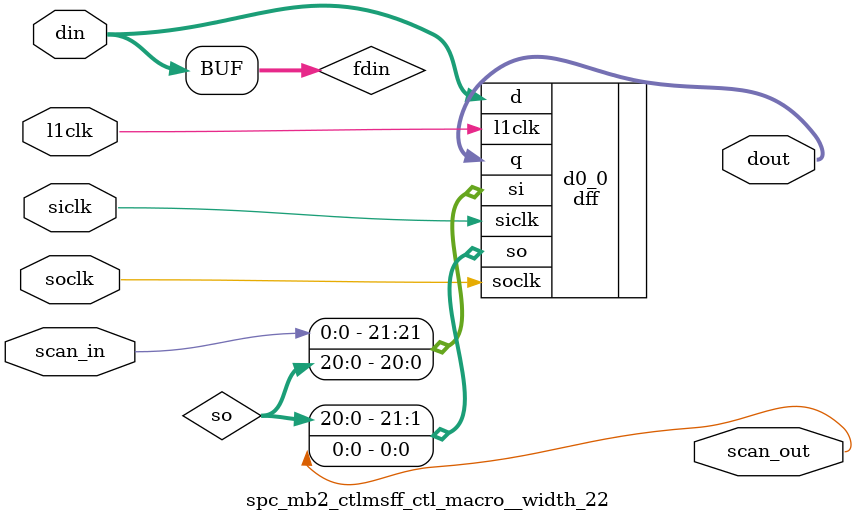
<source format=v>
module spc_mb2_ctl (
  scan_out, 
  mb2_done, 
  mb2_run, 
  mb2_addr, 
  mb2_frf_read_en, 
  mb2_frf_write_en, 
  mb2_arf_read_en, 
  mb2_arf_write_en, 
  mb2_irf_read_en, 
  mb2_irf_write_en, 
  mb2_irf_save_en, 
  mb2_irf_restore_en, 
  mb2_mam_read_en, 
  mb2_mam_write_en, 
  mb2_rrf_read_en, 
  mb2_rrf_write_en, 
  mb2_write_data, 
  mb2_write_data_p1, 
  mb2_write_data_p2, 
  mb2_misc_pmen, 
  mb2_mbist_fail, 
  l2clk, 
  scan_in, 
  tcu_pce_ov, 
  tcu_clk_stop, 
  tcu_aclk, 
  tcu_bclk, 
  tcu_scan_en, 
  lsu_misc_pmen, 
  mbist_start, 
  mbist_user_mode, 
  mbist_bisi_mode, 
  spu_mbi_mam_fail_, 
  spu_mbi_mam_fail2_, 
  spu_mbi_arf_fail_, 
  spu_mbi_rrf_fail_, 
  exu0_mbi_irf_fail_, 
  exu1_mbi_irf_fail_, 
  fgu_mbi_frf_fail);
wire pce_ov;
wire stop;
wire siclk;
wire soclk;
wire se;
wire l1clk;
wire pmen_scanin;
wire pmen_scanout;
wire start_in;
wire misc_pmen_;
wire pmem_unused;
wire clock_enable;
wire l1clk_pm1;
wire input_signals_reg_scanin;
wire input_signals_reg_scanout;
wire bisi_mode;
wire user_mode;
wire mb_enable_reg_scanin;
wire mb_enable_reg_scanout;
wire mb_enable;
wire mb_enable_out;
wire start;
wire config_reg_scanin;
wire config_reg_scanout;
wire [1:0] config_in;
wire [1:0] config_out;
wire start_transition;
wire end_transition;
wire reset_engine;
wire loop_again;
wire run;
wire loop_again_reg_scanin;
wire loop_again_reg_scanout;
wire stop_engine_l;
wire stop_engine_l_q;
wire mb_user_loop_mode;
wire array_usr_reg_scanin;
wire array_usr_reg_scanout;
wire [3:0] user_array_in;
wire [3:0] user_array;
wire user_addr_mode_reg_scanin;
wire user_addr_mode_reg_scanout;
wire user_addr_mode_in;
wire user_addr_mode;
wire user_start_addr_reg_scanin;
wire user_start_addr_reg_scanout;
wire [9:0] user_start_addr_in;
wire [9:0] user_start_addr;
wire user_stop_addr_reg_scanin;
wire user_stop_addr_reg_scanout;
wire [9:0] user_stop_addr_in;
wire [9:0] user_stop_addr;
wire user_incr_addr_reg_scanin;
wire user_incr_addr_reg_scanout;
wire [9:0] user_incr_addr_in;
wire [9:0] user_incr_addr;
wire user_data_mode_reg_scanin;
wire user_data_mode_reg_scanout;
wire user_data_mode_in;
wire user_data_mode;
wire user_data_reg_scanin;
wire user_data_reg_scanout;
wire [7:0] user_data_in;
wire [7:0] user_data;
wire user_cmpselinc_hold_reg_scanin;
wire user_cmpselinc_hold_reg_scanout;
wire user_cmpselinc_hold_in;
wire user_cmpselinc_hold;
wire user_cmpsel_reg_scanin;
wire user_cmpsel_reg_scanout;
wire [2:0] user_cmpsel_in;
wire [2:0] user_cmpsel;
wire user_loop_mode_reg_scanin;
wire user_loop_mode_reg_scanout;
wire user_loop_mode_in;
wire user_loop_mode;
wire ten_n_mode_reg_scanin;
wire ten_n_mode_reg_scanout;
wire ten_n_mode_in;
wire ten_n_mode;
wire user_bisi_wr_mode_reg_scanin;
wire user_bisi_wr_mode_reg_scanout;
wire user_bisi_wr_mode_in;
wire user_bisi_wr_mode;
wire user_bisi_rd_mode_reg_scanin;
wire user_bisi_rd_mode_reg_scanout;
wire user_bisi_rd_mode_in;
wire user_bisi_rd_mode;
wire mb_user_data_mode;
wire mb_user_addr_mode;
wire mb_ten_n_mode;
wire mb_user_cmpselinc_hold;
wire mb_user_bisi_wr_mode;
wire mb_user_bisi_rd_mode;
wire mb_user_bisi_rw_mode;
wire mb_default_bisi;
wire [9:0] stop_addr;
wire array_0;
wire array_1;
wire array_2;
wire array_3;
wire array_4;
wire array_5;
wire rw_0;
wire [2:0] rw;
wire rw_1;
wire rw_2;
wire rw_3;
wire rw_4;
wire rw_5;
wire rw_6;
wire march_0;
wire [3:0] march_element;
wire march_1;
wire march_2;
wire march_3;
wire march_4;
wire march_5;
wire march_6;
wire march_7;
wire march_8;
wire [9:0] mem_addr;
wire addr_mix;
wire [9:0] up_addr;
wire cntl_msb;
wire [34:0] cntl_out;
wire cntl_bisi;
wire [3:0] cntl_array_sel;
wire last_array;
wire [2:0] cntl_cmp_sel;
wire sel_cmp_pass;
wire cmp_0;
wire cmp_7;
wire [2:0] cmp_sel_cntl_out;
wire cmp_sel_reg_scanin;
wire cmp_sel_reg_scanout;
wire [2:0] cmp_sel;
wire [2:0] cmp_sel_out;
wire [1:0] cntl_data_sel;
wire cntl_addr_mix;
wire [3:0] cntl_march_element;
wire sel_march_1_pass;
wire [15:0] cntl_algr;
wire [15:0] next_algr;
wire cout_addr;
wire [34:0] cntl_in;
wire run3;
wire sel_nextaddr_reset;
wire sel_nextaddr_restart;
wire overflow;
wire sel_nextaddr_incred;
wire cout_rw;
wire sel_nextaddr_same;
wire [9:0] start_addr;
wire [9:0] restart_addr;
wire [9:0] incred_addr;
wire [9:0] cntl_addr;
wire [9:0] incr_addr;
wire upaddr;
wire [2:0] cntl_rw;
wire upaddr_pre;
wire [3:0] march_element_pre;
wire march_pre_0;
wire march_pre_1;
wire march_pre_2;
wire march_pre_6;
wire march_pre_7;
wire sel_rw_pass;
wire [2:0] next_rw;
wire [3:0] array_sel;
wire cntl_reg_scanin;
wire cntl_reg_scanout;
wire one_cycle_march;
wire five_cycle_march;
wire two_cycle_march;
wire bisi_wr_mode;
wire bisi_rd_mode;
wire sel_rw_1_pass;
wire sel_rw_2_pass;
wire sel_rw_5_pass;
wire true_data_l;
wire true_data;
wire [7:0] data_pat_sel;
wire [7:0] mem_data1;
wire [7:0] mem_data;
wire [9:0] adj_addr;
wire mem_wr_pbi;
wire mem_wr;
wire mem_save;
wire mem_restore;
wire mem_rd_pbi;
wire mem_rd;
wire [3:0] array_sel_cntl_out;
wire array_sel_reg_scanin;
wire array_sel_reg_scanout;
wire [3:0] array_sel_out;
wire [3:0] march_element_cntl_out;
wire marche_element_reg_scanin;
wire marche_element_reg_scanout;
wire [3:0] march_element_out;
wire mb_run;
wire [15:0] mb_addr;
wire [7:0] mb_write_data;
wire mb_array_0_rd;
wire mb_array_1_rd;
wire mb_array_2_rd;
wire mb_array_3_rd;
wire mb_array_save;
wire mb_array_5_rd;
wire mb_array_0_wr;
wire mb_array_1_wr;
wire mb_array_2_wr;
wire mb_array_3_wr;
wire mb_array_restore;
wire mb_array_5_wr;
wire spu_arf_fail;
wire mb2_arf_read_en_p2;
wire spu_rrf_fail;
wire mb2_rrf_read_en_p2;
wire spu_mam_fail;
wire mb2_mam_read_en_p2;
wire exu0_irf_fail;
wire mb2_irf_read_en_p4;
wire exu1_irf_fail;
wire arf_fail;
wire run3_transition;
wire spu_arf_fail_sticky;
wire rrf_fail;
wire spu_rrf_fail_sticky;
wire mam_fail;
wire spu_mam_fail_sticky;
wire irf0_fail;
wire exu0_irf_fail_sticky;
wire irf1_fail;
wire exu1_irf_fail_sticky;
wire frf_fail;
wire fgu_frf_fail_sticky;
wire fail_reg_scanin;
wire fail_reg_scanout;
wire mbist_fail_sticky;
wire mbist_fail_array;
wire valid_fail;
wire mb_done;
wire mb_fail;
wire msb_latch_scanin;
wire msb_latch_scanout;
wire msb_in;
wire msb_out;
wire [4:0] done_delay;
wire run3_transition_reg_scanin;
wire run3_transition_reg_scanout;
wire run3_out;
wire done_delay_reg_scanin;
wire done_delay_reg_scanout;
wire [4:0] done_delay_in;
wire out_run_mb_arrays_reg_scanin;
wire out_run_mb_arrays_reg_scanout;
wire mb_run_out;
wire out_data_mb_arrays_reg_scanin;
wire out_data_mb_arrays_reg_scanout;
wire [7:0] mb_write_data_out;
wire out_addr_mb_arrays_reg_scanin;
wire out_addr_mb_arrays_reg_scanout;
wire [15:0] mb_addr_out;
wire out_wr_mb_arrays_reg_scanin;
wire out_wr_mb_arrays_reg_scanout;
wire mb_array_0_wr_out;
wire mb_array_1_wr_out;
wire mb_array_2_wr_out;
wire mb_array_3_wr_out;
wire mb_array_5_wr_out;
wire out_rd_mb_arrays_reg_scanin;
wire out_rd_mb_arrays_reg_scanout;
wire mb_array_0_rd_out;
wire mb_array_1_rd_out;
wire mb_array_2_rd_out;
wire mb_array_3_rd_out;
wire mb_array_5_rd_out;
wire out_mb_tcu_done_reg_scanin;
wire out_mb_tcu_done_reg_scanout;
wire mb_done_out;
wire out_mb_tcu_fail_reg_scanin;
wire out_mb_tcu_fail_reg_scanout;
wire mb_fail_out;
wire spares_scanin;
wire spares_scanout;
wire i_delay_4th_scanin;
wire i_delay_4th_scanout;
wire mb2_irf_read_en_p1;
wire mb2_irf_read_en_p2;
wire mb2_irf_read_en_p3;
wire delayed_cmp_rd_data_reg_scanin;
wire delayed_cmp_rd_data_reg_scanout;
wire mb2_arf_read_en_p1;
wire mb2_mam_read_en_p1;
wire mb2_rrf_read_en_p1;
wire out_save_restore_mb_arrays_reg_scanin;
wire out_save_restore_mb_arrays_reg_scanout;




// /////////////////////////////////////////////////////////////////////////////
// Outputs
// /////////////////////////////////////////////////////////////////////////////

   output		    scan_out;

   output		    mb2_done;

   output		    mb2_run;
   output [15:0]	    mb2_addr;
   output		    mb2_frf_read_en;
   output		    mb2_frf_write_en;
   output		    mb2_arf_read_en;
   output		    mb2_arf_write_en;
   output		    mb2_irf_read_en;
   output		    mb2_irf_write_en;
   output		    mb2_irf_save_en;
   output		    mb2_irf_restore_en;
   output		    mb2_mam_read_en;
   output		    mb2_mam_write_en;
   output		    mb2_rrf_read_en;
   output		    mb2_rrf_write_en;
   output [7:0]		    mb2_write_data;
   output [7:0]		    mb2_write_data_p1;
   output [7:0]		    mb2_write_data_p2;

   output                   mb2_misc_pmen;
   output		    mb2_mbist_fail;

// /////////////////////////////////////////////////////////////////////////////
// Inputs
// /////////////////////////////////////////////////////////////////////////////

   input		    l2clk;
   input		    scan_in;
   input		    tcu_pce_ov;			// scan signals
   input		    tcu_clk_stop;
   input		    tcu_aclk;
   input		    tcu_bclk;
   input            	    tcu_scan_en;
   input                    lsu_misc_pmen;		// Power management enable

   input		    mbist_start;
   input		    mbist_user_mode;
   input		    mbist_bisi_mode;


   input		    spu_mbi_mam_fail_; 		// MBIST comparator output bits 63:0
   input		    spu_mbi_mam_fail2_; 	// MBIST comparator output bits 71:64
   input		    spu_mbi_arf_fail_;		// MBIST comparator
   input		    spu_mbi_rrf_fail_;		// MBIST comparator

   input  [1:0]		    exu0_mbi_irf_fail_;		// MBIST [0] == data[63:0]; [1] == data[71:64]
   input  [1:0]		    exu1_mbi_irf_fail_;		// MBIST [0] == data[63:0]; [1] == data[71:64]
   input     		    fgu_mbi_frf_fail;


   supply0 vss; // <- port for ground
   supply1 vdd; // <- port for power 



// /////////////////////////////////////////////////////////////////////////////
// Scan Renames
// /////////////////////////////////////////////////////////////////////////////

assign pce_ov = tcu_pce_ov;
assign stop   = tcu_clk_stop;
assign siclk  = tcu_aclk;
assign soclk  = tcu_bclk;
assign se     = tcu_scan_en;




////////////////////////////////////////////////////////////////////////////////
// Clock header
////////////////////////////////////////////////////////////////////////////////

spc_mb2_ctll1clkhdr_ctl_macro clkgen (
        .l2clk  (l2clk 		),
        .l1en   (1'b1		),
        .l1clk  (l1clk		),
  .pce_ov(pce_ov),
  .stop(stop),
  .se(se));

spc_mb2_ctlmsff_ctl_macro__width_3 pmen  (
	.scan_in(pmen_scanin),
	.scan_out(pmen_scanout),
	.l1clk    ( l1clk					),	// Must be connected to a free running clock
	.din      ({mbist_start, ~lsu_misc_pmen , 1'b0}		),
	.dout     ({start_in   ,  misc_pmen_    , pmem_unused}	),
  .siclk(siclk),
  .soclk(soclk));

assign mb2_misc_pmen	= ~misc_pmen_;					// Sent to MB1 for timing reasons

assign clock_enable	= start_in | mb2_done | mb2_run | mb2_mbist_fail | misc_pmen_;

spc_mb2_ctll1clkhdr_ctl_macro clkgen_pm1 (
        .l2clk  (l2clk 		),
        .l1en   (clock_enable	),
        .l1clk  (l1clk_pm1	),
  .pce_ov(pce_ov),
  .stop(stop),
  .se(se));


// /////////////////////////////////////////////////////////////////////////////
//
// MBIST Config Register
//
// /////////////////////////////////////////////////////////////////////////////
//
// A low to high transition on mbist_start will reset and start the engine.  
// mbist_start must remain active high for the duration of MBIST.  
// If mbist_start deasserts the engine will stop but not reset.
// Once MBIST has completed mb0_done will assert and the fail status
// signals will be valid.  
// To run MBIST again the mbist_start signal must transition low then high.
//
// Loop on Address will disable the address mix function.
//
// /////////////////////////////////////////////////////////////////////////////

  // flop incoming signals:

  spc_mb2_ctlmsff_ctl_macro__width_2 input_signals_reg  (
               .scan_in(input_signals_reg_scanin),
               .scan_out(input_signals_reg_scanout),
               .l1clk    ( l1clk	                                 ),
               .din      ( {mbist_bisi_mode,mbist_user_mode} ),
               .dout     ( {bisi_mode      ,user_mode}       ),
  .siclk(siclk),
  .soclk(soclk));
  

  // default   : mb_enable=0
  // bisi      : mb_enable=0
  // user_mode : mb_enable=depend on programmed value

  spc_mb2_ctlmsff_ctl_macro__width_1 mb_enable_reg  (
               .scan_in(mb_enable_reg_scanin),
               .scan_out(mb_enable_reg_scanout),
               .l1clk    ( l1clk_pm1           ),
               .din      ( mb_enable           ),
               .dout     ( mb_enable_out       ),
  .siclk(siclk),
  .soclk(soclk));


//assign mb_enable = user_mode ? mb_enable_out : 1'b0;
  assign mb_enable = mb_enable_out;

 
  assign start = user_mode ? (mb_enable_out & start_in) :
                              start_in;



  spc_mb2_ctlmsff_ctl_macro__width_2 config_reg  (
               .scan_in(config_reg_scanin),
               .scan_out(config_reg_scanout),
               .l1clk    ( l1clk_pm1            ),
               .din      ( config_in[1:0]       ),
               .dout     ( config_out[1:0]      ),
  .siclk(siclk),
  .soclk(soclk));

   
  assign config_in[0]        =    start;
  assign config_in[1]        =    config_out[0];
  assign start_transition    =    config_out[0] & ~config_out[1];
  assign end_transition      =   ~config_out[0] &  config_out[1];
  assign reset_engine        =    start_transition | loop_again  | end_transition;
  assign run                 =    config_out[1];


  spc_mb2_ctlmsff_ctl_macro__width_1 loop_again_reg  (
               .scan_in(loop_again_reg_scanin),
               .scan_out(loop_again_reg_scanout),
               .l1clk    ( l1clk_pm1        ),
               .din      ( stop_engine_l    ),
               .dout     ( stop_engine_l_q  ),
  .siclk(siclk),
  .soclk(soclk));

  assign loop_again=mb_user_loop_mode ? stop_engine_l & ~stop_engine_l_q:  1'b0;


   





////////////////////////////////////////////////////////////////////////////////
// user control registers
//                         size
// -  user_array           4
// -  user_addr_mode        1
// -  user_start_addr      10
// -  user_stop_addr       10
// -  user_inc_addr        10
// -  user_data_mode        1
// -  user_data             8
// -  user_cmpselinc_mode   1
// -  user_cmpselinc        3
// -  user_loop_mode        1
// -  user_cam_select       2
// -  user_cam_test_sel     4
////////////////////////////////////////////////////////////////////////////////


   spc_mb2_ctlmsff_ctl_macro__width_4 array_usr_reg  (
                  .scan_in(array_usr_reg_scanin),
                  .scan_out(array_usr_reg_scanout),
                  .l1clk    ( l1clk_pm1            ),
  	          .din      ( user_array_in[3:0]   ),
  		  .dout     ( user_array[3:0]      ),
  .siclk(siclk),
  .soclk(soclk));

   assign user_array_in[3:0]=user_array[3:0];


   // user address mode

   spc_mb2_ctlmsff_ctl_macro__width_1 user_addr_mode_reg  (
                  .scan_in(user_addr_mode_reg_scanin),
                  .scan_out(user_addr_mode_reg_scanout),
                  .l1clk    ( l1clk_pm1             ),
  	          .din      ( user_addr_mode_in     ),
  		  .dout     ( user_addr_mode        ),
  .siclk(siclk),
  .soclk(soclk));

   assign user_addr_mode_in=user_addr_mode;
   

   //  user start address
   
  spc_mb2_ctlmsff_ctl_macro__width_10 user_start_addr_reg  (
                 .scan_in(user_start_addr_reg_scanin),
                 .scan_out(user_start_addr_reg_scanout),
                 .l1clk    ( l1clk_pm1                 ),
                 .din      ( user_start_addr_in[9:0]   ),
                 .dout     ( user_start_addr[9:0]      ),
  .siclk(siclk),
  .soclk(soclk));


   assign user_start_addr_in[9:0]=user_start_addr[9:0];

   //  user stop address
   
  spc_mb2_ctlmsff_ctl_macro__width_10 user_stop_addr_reg  (
                 .scan_in(user_stop_addr_reg_scanin),
                 .scan_out(user_stop_addr_reg_scanout),
                 .l1clk    ( l1clk_pm1                ),
                 .din      ( user_stop_addr_in[9:0]   ),
                 .dout     ( user_stop_addr[9:0]      ),
  .siclk(siclk),
  .soclk(soclk));


   assign user_stop_addr_in[9:0]=user_stop_addr[9:0];
   

  //  user increment address
   
  spc_mb2_ctlmsff_ctl_macro__width_10 user_incr_addr_reg  (
                 .scan_in(user_incr_addr_reg_scanin),
                 .scan_out(user_incr_addr_reg_scanout),
                 .l1clk    ( l1clk_pm1                ),
                 .din      ( user_incr_addr_in[9:0]   ),
                 .dout     ( user_incr_addr[9:0]      ),
  .siclk(siclk),
  .soclk(soclk));


   assign user_incr_addr_in[9:0]=user_incr_addr[9:0];

   // user data mode

   spc_mb2_ctlmsff_ctl_macro__width_1 user_data_mode_reg  (
                  .scan_in(user_data_mode_reg_scanin),
                  .scan_out(user_data_mode_reg_scanout),
                  .l1clk    ( l1clk_pm1             ),
  	          .din      ( user_data_mode_in     ),
   		  .dout     ( user_data_mode        ),
  .siclk(siclk),
  .soclk(soclk));

							 
   assign user_data_mode_in=user_data_mode;

   //  user data select
   
   spc_mb2_ctlmsff_ctl_macro__width_8 user_data_reg  (
                 .scan_in(user_data_reg_scanin),
                 .scan_out(user_data_reg_scanout),
                 .l1clk    ( l1clk_pm1           ),
                 .din      ( user_data_in[7:0]   ),
                 .dout     ( user_data[7:0]      ),
  .siclk(siclk),
  .soclk(soclk));


   assign user_data_in[7:0]    =    user_data[7:0];


   // user cmp sel inc
   // if its one, user need to program the cmpselinc register
   // otherwise it will loop all cmpsel

   spc_mb2_ctlmsff_ctl_macro__width_1 user_cmpselinc_hold_reg  (
                  .scan_in(user_cmpselinc_hold_reg_scanin),
                  .scan_out(user_cmpselinc_hold_reg_scanout),
                  .l1clk    ( l1clk_pm1                  ),
  	          .din      ( user_cmpselinc_hold_in     ),
   		  .dout     ( user_cmpselinc_hold        ),
  .siclk(siclk),
  .soclk(soclk));

							 
   assign user_cmpselinc_hold_in=user_cmpselinc_hold;



   // user cmp sel reg
   
   spc_mb2_ctlmsff_ctl_macro__width_3 user_cmpsel_reg  (
                  .scan_in(user_cmpsel_reg_scanin),
                  .scan_out(user_cmpsel_reg_scanout),
                  .l1clk    ( l1clk_pm1             ),
  	          .din      ( user_cmpsel_in[2:0]   ),
  		  .dout     ( user_cmpsel[2:0]      ),
  .siclk(siclk),
  .soclk(soclk));

   assign user_cmpsel_in[2:0]=user_cmpsel[2:0];

   // user loop mode

   spc_mb2_ctlmsff_ctl_macro__width_1 user_loop_mode_reg  (
                  .scan_in(user_loop_mode_reg_scanin),
                  .scan_out(user_loop_mode_reg_scanout),
                  .l1clk    ( l1clk_pm1             ),
  	          .din      ( user_loop_mode_in     ),
  		  .dout     ( user_loop_mode        ),
  .siclk(siclk),
  .soclk(soclk));

  
   assign user_loop_mode_in=user_loop_mode;

   
   // 10N Algorithm for bit mapping

   spc_mb2_ctlmsff_ctl_macro__width_1 ten_n_mode_reg  (
                  .scan_in(ten_n_mode_reg_scanin),
                  .scan_out(ten_n_mode_reg_scanout),
                  .l1clk    ( l1clk_pm1         ),
  	          .din      ( ten_n_mode_in     ),
  		  .dout     ( ten_n_mode        ),
  .siclk(siclk),
  .soclk(soclk));

  
   assign ten_n_mode_in=ten_n_mode;



   spc_mb2_ctlmsff_ctl_macro__width_1 user_bisi_wr_mode_reg  (
                  .scan_in(user_bisi_wr_mode_reg_scanin),
                  .scan_out(user_bisi_wr_mode_reg_scanout),
                  .l1clk    ( l1clk_pm1	                  ),
  	          .din      ( user_bisi_wr_mode_in   ),
  		  .dout     ( user_bisi_wr_mode      ),
  .siclk(siclk),
  .soclk(soclk));

   assign user_bisi_wr_mode_in=user_bisi_wr_mode;

   spc_mb2_ctlmsff_ctl_macro__width_1 user_bisi_rd_mode_reg  (
                  .scan_in(user_bisi_rd_mode_reg_scanin),
                  .scan_out(user_bisi_rd_mode_reg_scanout),
                  .l1clk    ( l1clk_pm1	                  ),
  	          .din      ( user_bisi_rd_mode_in   ),
  		  .dout     ( user_bisi_rd_mode      ),
  .siclk(siclk),
  .soclk(soclk));

   assign user_bisi_rd_mode_in=user_bisi_rd_mode;


   assign mb_user_data_mode = user_mode & user_data_mode;
   assign mb_user_addr_mode = user_mode & user_addr_mode;
   assign mb_ten_n_mode     = user_mode & ten_n_mode;
   assign mb_user_loop_mode = user_mode & user_loop_mode;
   assign mb_user_cmpselinc_hold = user_mode & user_cmpselinc_hold;



   assign mb_user_bisi_wr_mode   = user_mode & user_bisi_wr_mode & bisi_mode;
   assign mb_user_bisi_rd_mode   = user_mode & user_bisi_rd_mode & bisi_mode;

   assign mb_user_bisi_rw_mode   = ((~user_bisi_wr_mode & ~user_bisi_rd_mode) | (user_bisi_wr_mode & user_bisi_rd_mode)) & bisi_mode;

   assign mb_default_bisi = bisi_mode & ~user_mode;



   assign stop_addr[9:0]  = ({10{ mb_user_addr_mode          }} & user_stop_addr[9:0]) |
                            ({10{~mb_user_addr_mode & array_0}} & 10'b00_0001_1111   ) |	// arf
                            ({10{~mb_user_addr_mode & array_1}} & 10'b00_0011_1111   ) |	// rrf
                            ({10{~mb_user_addr_mode & array_2}} & 10'b00_1001_1111   ) |	// mam
                            ({10{~mb_user_addr_mode & array_3}} & 10'b00_0111_1111   ) |	// irf active
                            ({10{~mb_user_addr_mode & array_4}} & 10'b00_0111_1111   ) |    // irf shadow
                            ({10{~mb_user_addr_mode & array_5}} & 10'b00_1111_1111   );		// frf



   assign rw_0           =  (rw[2:0]==3'b000);
   assign rw_1           =  (rw[2:0]==3'b001);
   assign rw_2           =  (rw[2:0]==3'b010);
   assign rw_3           =  (rw[2:0]==3'b011);
   assign rw_4           =  (rw[2:0]==3'b100);
   assign rw_5           =  (rw[2:0]==3'b101);
   assign rw_6           =  (rw[2:0]==3'b110);
// assign rw_7           =  (rw[2:0]==3'b111);








   assign march_0   = (march_element[3:0]==4'h0);
   assign march_1   = (march_element[3:0]==4'h1);
   assign march_2   = (march_element[3:0]==4'h2);
   assign march_3   = (march_element[3:0]==4'h3);
   assign march_4   = (march_element[3:0]==4'h4);
   assign march_5   = (march_element[3:0]==4'h5);
   assign march_6   = (march_element[3:0]==4'h6);
   assign march_7   = (march_element[3:0]==4'h7);
   assign march_8   = (march_element[3:0]==4'h8);


   ////////////////////////////////////////////////////////////////////////////////////////////////////////////
   /// address mix : fast_row and fast_column
   ////////////////////////////////////////////////////////////////////////////////////////////////////////////

   // arf: no column decorder or multiple bansk
   // maps one to one  - logical to physical

   // rrf:  no column decoder or banks addr[5:0]
   //       maps one to one



   // mam:  
   //        -  address 7:5 is for block select (0-5) blocks
   //        -  4:1  row select
   //        -  0 column select

   // irf:  
   //        -  addr[0] is for column select
   //        -  addr[6:0]
   //


   
   assign mem_addr[9:0]   =   (addr_mix & array_0) ? { up_addr[9:5],up_addr[3:0],up_addr[4] } : // arf fixed w/circuit
                              (addr_mix & array_1) ? { up_addr[9:6],up_addr[2:0],up_addr[5:3] } : // rrf fixed w/circuit
                              (addr_mix & array_2) ? { up_addr[9:5],up_addr[3:0],up_addr[4] } : // mam fixed w/circuit
                              (addr_mix & array_3) ? { up_addr[9:7],up_addr[5:0],up_addr[6] } : // irf active w/circuit
                              (addr_mix & array_4) ? { up_addr[9:0] } : // no addr mix for irf shadow
                              (addr_mix & array_5) ? { up_addr[9:8],up_addr[6:0],up_addr[7]} :  // frf w/circuit
                                             up_addr[9:0];






   assign cntl_msb                    =       start_in & cntl_out[34];    // done selection


   assign cntl_bisi                    =       mb_default_bisi | mb_user_bisi_rw_mode ? cntl_out[33] :
                                                                                        1'b1;


   assign cntl_array_sel[3:0]        =       (last_array | user_mode) ? 4'b1111:
                                                        cntl_out[32:29];    // array selection 

   assign cntl_cmp_sel[2:0]  = sel_cmp_pass ? {3'b111} :
                                              cntl_out[28:26];
   
   // cmp

   assign sel_cmp_pass= mb_user_cmpselinc_hold |
                             (array_0 & cmp_0) |  // arf
                             (array_1 & cmp_0) |  // rrf
  	                         (array_2 & cmp_0) |  // mam
                             (array_3 & cmp_0) |  // irf active
                             (array_4 & cmp_7) |  // irf shadow
                             (array_5 & cmp_0) ;  // frf


  // cmp logic

   assign cmp_sel_cntl_out[2:0] = cntl_out[28:26];

   spc_mb2_ctlmsff_ctl_macro__width_3 cmp_sel_reg  (
               .scan_in(cmp_sel_reg_scanin),
               .scan_out(cmp_sel_reg_scanout),
               .l1clk    ( l1clk_pm1        ),
               .din      ( cmp_sel[2:0]     ),
               .dout     ( cmp_sel_out[2:0] ),
  .siclk(siclk),
  .soclk(soclk));

   assign cmp_sel[2:0]=(&cmp_sel_cntl_out[2:0] & ~array_4) ? cmp_sel_out[2:0] :
                        mb_user_cmpselinc_hold         ? user_cmpsel[2:0] :
                                                  cmp_sel_cntl_out[2:0];
   

   assign cmp_0      = cmp_sel[2:0]==3'b000;
   assign cmp_7      = cmp_sel[2:0]==3'b111;


   assign cntl_data_sel[1:0]          =   bisi_mode |
                                          mb_user_data_mode  ? 2'b11 :    cntl_out[25:24];    // data selection

   assign cntl_addr_mix               =   (bisi_mode | mb_user_addr_mode) ? 1'b1  :    cntl_out[23];    // address mix
   assign addr_mix                    =   (bisi_mode | mb_user_addr_mode) ? 1'b0  :    cntl_out[23];


   assign cntl_march_element[3:0]     =   sel_march_1_pass  ? 4'b1111:
                                                              cntl_out[22:19];    // march element


   assign cntl_algr[15:0] =       {cntl_msb,
                                   cntl_bisi,
                                   cntl_array_sel[3:0],
			                       cntl_cmp_sel[2:0],
			                       cntl_data_sel[1:0],
			                       cntl_addr_mix,
			                       cntl_march_element[3:0]};


   assign next_algr[15:0] = cout_addr ? cntl_algr[15:0] + 16'h1 : cntl_algr[15:0];         // mbist control

   // next algr
   assign cntl_in[34:19]   = reset_engine              ? {16'b000000_0000000000}:
     	                     ~run3                     ? cntl_algr[15:0]:	  
	                                                    next_algr[15:0];



   // reset_engine   run3    overflow   cout_rw    output
   // ---------------------------------------------------------
   //    1             x        x          x       start_addr
   //    0             0        x          x       cntl_addr
   //    0             1        1          x       restart_addr
   //    0             1        0          1       incred_addr
   //    0             1        0          0       cntl_addr                                     


   assign sel_nextaddr_reset    = reset_engine;
   assign sel_nextaddr_restart  = ~reset_engine & run3 & overflow;
   assign sel_nextaddr_incred   = ~reset_engine & run3 & ~overflow & cout_rw;
   assign sel_nextaddr_same     = ~(sel_nextaddr_reset | sel_nextaddr_restart | sel_nextaddr_incred);

   assign cntl_in[12:3] = ({10{sel_nextaddr_reset}} & start_addr[9:0]) |
                          ({10{sel_nextaddr_restart}} & restart_addr[9:0]) |
                          ({10{sel_nextaddr_incred}} & incred_addr[9:0]) |
                          ({10{sel_nextaddr_same}} & cntl_addr[9:0]);  
   




   assign incr_addr[9:0]  = mb_user_addr_mode ? user_incr_addr[9:0] : 10'b00_00000001;


   assign start_addr[9:0] = mb_user_addr_mode ? user_start_addr[9:0] : 10'b00_00000000;
   
   
   // assign next_addr_out[9:0] = cout_rw ? cntl_addr[9:0] + incr_addr[9:0] : cntl_addr[9:0];    // next address

   assign incred_addr[9:0] = cntl_addr[9:0] + incr_addr[9:0];


   assign overflow   = upaddr   ? ( cntl_addr[9:0] == stop_addr[9:0]) &  (cntl_rw[2:0]==3'b111):
                                  (~cntl_addr[9:0] == start_addr[9:0]) & (cntl_rw[2:0]==3'b111);


   // assign next_addr[9:0]= overflow ? restart_addr[9:0] : next_addr_out[9:0];
  
   assign restart_addr[9:0] = upaddr_pre ? start_addr[9:0] : ~stop_addr[9:0];
      
   assign cout_addr =  overflow;


   assign march_element_pre[3:0]=next_algr[3:0];

   assign march_pre_0   = ~(march_element_pre[3] | march_element_pre[2] |  march_element_pre[1] |  march_element_pre[0]);
   assign march_pre_1   = ~(march_element_pre[3] | march_element_pre[2] |  march_element_pre[1] | ~march_element_pre[0]);
   assign march_pre_2   = ~(march_element_pre[3] | march_element_pre[2] | ~march_element_pre[1] |  march_element_pre[0]);
   assign march_pre_6   = ~(march_element_pre[3] |~march_element_pre[2] | ~march_element_pre[1] |  march_element_pre[0]);
   assign march_pre_7   = ~(march_element_pre[3] | march_element_pre[3] | ~march_element_pre[2] | ~march_element_pre[1] | ~march_element_pre[0]); 
   

   assign upaddr_pre =     march_pre_0 | march_pre_1 | march_pre_2 | march_pre_6 | march_pre_7;



   /////////////////////////
   // rw engine
   /////////////////////////

   assign cntl_rw[2:0]                =   sel_rw_pass      ? 3'b111: 
                                                               cntl_out[ 2: 0];    // read write control

   assign next_rw[2:0] = cntl_rw[2:0]+3'b001 ;              

   
   assign cout_rw = &cntl_rw[2:0];     // carry over for rw 


   // next rw
   assign cntl_in[2:0]     = reset_engine  ? 3'b000 : 
	                         ~run3            ? cntl_rw[2:0]:
	                                                    next_rw[2:0];
   


    ////////////////////////////////////////////////////////////////////////////////
    // array selection
    ////////////////////////////////////////////////////////////////////////////////



   
    assign array_0     = array_sel[3:0]==4'h0;
    assign array_1     = array_sel[3:0]==4'h1;
    assign array_2     = array_sel[3:0]==4'h2;
    assign array_3     = array_sel[3:0]==4'h3;
    assign array_4     = array_sel[3:0]==4'h4;
    assign array_5     = array_sel[3:0]==4'h5;
//    assign array_end   = array_sel[3:0]==4'h5;


   assign last_array = array_5;




// /////////////////////////////////////////////////////////////////////////////
//
// MBIST Control Register
//
// /////////////////////////////////////////////////////////////////////////////
// standard membist
// /////////////////////////////////////////////////////////////////////////////
//   0       1       2       3      4      5          6         7        8
// ^(W0);^(R0W1);^(R1W0);v(R0W1);v(R1W0);v(R0);^(W1W0*R1R0W0);v(W1);^(W0W1*R0R1W1);
//   
// - there are 9 march elements in the engine
//   march_0 - march_8 indicate which march element it's in
//
// - for each march element, there are write and read sequences and for some
//   just write or just read
// 
// - for each march element, it can move upaddr (0-max) or downaddr (max-0)
//
//       march      rw       upaddr                    truedata
// --------------------------------------------------------------------------------
//    -  march_0    w          1    one_cycle_march       rw_0        ^(W0)
//    -  march_1    rw         1    two_cycle_march       rw_0        ^(R0W1)
//    -  march_2    rw         1    two_cycle_march       rw_1        ^(R1W0)
//    -  march_3    rw         0    two_cycle_march       rw_0        v(R0W1)
//    -  march_4    rw         0    two_cycle_march       rw_1        v(R1W0)
//    -  march_5    r          0    one_cycle_march       rw_0        v(R0)
//    -  march_6    wwrrw      1    five_cycle_march      rw_1,3,4    ^(W1W0*R1R0W0)
//    -  march_7    w          0    one_cycle_march       --          v(W1)
//    -  march_8    wwrrw      1    five_cycle_march      rw_0,2      ^(W0W1*R0R1W1)
// mbist address:
//    one_cycle_march  : march_0 | march_5 | march_7
//    five_cycle_march : march_6 | march_8
//    two_cycle_march  : ~(one_cycle_march | five_cycle_march)

   ////////////////////////////////////////////////////////////////////////////////
   //////  user mode signals

// the different between cntl_march and march is that march is before mux and
// and cntl_march is after mux

// IRF-shadow
// write: W1,S1,X,W0,restore
// rw   : R1,W1,S1,X,W0,restore

   spc_mb2_ctlmsff_ctl_macro__width_29 cntl_reg  (
                 .scan_in(cntl_reg_scanin),
                 .scan_out(cntl_reg_scanout),
                 .l1clk    ( l1clk_pm1                            ),
                 .din      ({cntl_in[34:19] ,cntl_in[12:0]}       ),
                 .dout     ({cntl_out[34:19],cntl_out[12:0]}      ),
  .siclk(siclk),
  .soclk(soclk));


   assign one_cycle_march  =  march_0 | march_5 | march_7;
   assign five_cycle_march =  march_6 | march_8;
   assign two_cycle_march  = ~(one_cycle_march | five_cycle_march);


   // this will indicate last march turn
   assign sel_march_1_pass = bisi_mode | ((mb_ten_n_mode | array_4) & march_5) | march_8;


   assign bisi_wr_mode = mb_default_bisi | mb_user_bisi_rw_mode ?  ~cntl_bisi & run3 :
                                                                   mb_user_bisi_wr_mode & run3;
                         
   assign bisi_rd_mode  =mb_default_bisi | mb_user_bisi_rw_mode ?  cntl_bisi & run3 :
                                                                   mb_user_bisi_rd_mode & run3;


   //  control for rw
   assign sel_rw_1_pass = bisi_mode | one_cycle_march ;

   assign sel_rw_2_pass = two_cycle_march;
   assign sel_rw_5_pass = five_cycle_march;

   assign sel_rw_pass = (run3 & sel_rw_1_pass & rw_0 & ~array_4) |
                        (run3 & sel_rw_2_pass & rw_1 & ~array_4) |
                        (run3 & sel_rw_5_pass & rw_4 & ~array_4) |
                        (run3 & array_4 & march_5 & rw_0)  |
                        (run3 & array_4 & march_0 & rw_5)  |
                        (run3 & array_4 & ~(march_5 | march_0) & rw_6) ;

   /////////////////////
   // true data
   ////////////////////


   assign true_data_l     =    bisi_mode |
                             (~array_4 & march_0)   |
                             (array_4 & march_0 & ~rw_3)   |
                             (~array_4 & march_1 & rw_0)   |
                             (array_4 & march_1 & (rw_0 | rw_4))   |
                             (~array_4 & march_2 & rw_1)   |
                             (array_4 & march_2 & (rw_1 | rw_4))   |
                             (~array_4 & march_3 & rw_0)   |
                             (array_4 & march_3 & (rw_0 | rw_4))   |
                             (~array_4 & march_4 & rw_1)   |
                             (array_4 & march_4 & (rw_1 | rw_4))   |
                             (march_5)   |
                             (march_6 & (rw_1 | rw_3 | rw_4))   |
                             (march_8 & (rw_0 | rw_2));

   assign true_data=~true_data_l;


   /////////////////////
   // membist data:
   ////////////////////

   assign data_pat_sel[7:0]        =     mb_user_data_mode                 ?    user_data[7:0]:
                                         bisi_mode                         ?    8'hFF:              
                                         (cntl_data_sel[1:0] == 2'h0)      ?    8'hAA:
                                         (cntl_data_sel[1:0] == 2'h1)      ?    8'h99:
                                         (cntl_data_sel[1:0] == 2'h2)      ?    8'hCC:
                                                                                8'h00;

   assign mem_data1[7:0]         = (true_data) ? data_pat_sel[7:0] : ~data_pat_sel[7:0];
   assign mem_data[7:0]         = ~array_4     ?   mem_data1[7:0] : 
                                   array_4 & bisi_mode ? 8'h00  :
                                                   ~mem_data1[7:0];

   /////////////////////
   // membist address:
   ////////////////////

   assign cntl_addr[9:0]   = cntl_out[12:3];

   assign adj_addr          = (five_cycle_march & (rw_1 | rw_3)) ? {cntl_addr[9:3],~cntl_addr[2],cntl_addr[1:0]}:
                                                                      cntl_addr[9:0] ;



   assign up_addr[9:0]    = upaddr   ?  adj_addr[9:0]:  ~adj_addr[9:0];




   /////////////////////////
   // membist write enable
   /////////////////////////

   
   assign mem_wr_pbi     =    (run3 & ~array_4 & (
                               march_0 |
                               ((march_1 | march_2 | march_3 | march_4 ) & rw_1) |
                               (march_6 & (rw_0 | rw_1 | rw_4)) |
                               march_7 |
                               (march_8 & (rw_0 | rw_1 | rw_4))
                               )) |
                         (run3 & array_4 & (
                               (march_0 & (rw_0 | rw_3)) |
                               ((march_1 | march_2 | march_3 | march_4 ) & (rw_1 | rw_4)) 
                               )) ;


   assign mem_wr = bisi_wr_mode ? mem_wr_pbi :
                   bisi_rd_mode ? 1'b0 :
                                  mem_wr_pbi;
   
   assign mem_save    = (run3 & array_4 & ((march_0 & rw_1) | (~march_0 & rw_2)));
   assign mem_restore = (run3 & array_4 & ((march_0 & rw_4) | (~march_0 & rw_5)));
   /////////////////////////
   // membist read enable
   /////////////////////////

                                            
   assign mem_rd_pbi         =  (~array_4 & run3 & ~mem_wr) |
                            ( array_4 & run3 & ~march_0 & rw_0);  
                                        
   assign mem_rd= bisi_rd_mode ? 1'b1 : mem_rd_pbi;
   // loop detection


   assign upaddr           =    march_0 | march_1 | march_2 | march_6 | march_7 | bisi_mode ;
                                
   
   // next_rw[1:0]
   
   


  assign array_sel_cntl_out[3:0]=cntl_out[32:29];


  spc_mb2_ctlmsff_ctl_macro__width_4 array_sel_reg  (
               .scan_in(array_sel_reg_scanin),
               .scan_out(array_sel_reg_scanout),
               .l1clk    ( l1clk_pm1          ),
               .din      ( array_sel[3:0]     ),
               .dout     ( array_sel_out[3:0] ),
  .siclk(siclk),
  .soclk(soclk));

   assign array_sel[3:0]=(&array_sel_cntl_out[3:0]) ? array_sel_out[3:0] :
                          user_mode                 ? user_array[3:0] :
                                                      array_sel_cntl_out[3:0];

   

  assign march_element_cntl_out[3:0]=cntl_out[22:19];


  spc_mb2_ctlmsff_ctl_macro__width_4 marche_element_reg  (
               .scan_in(marche_element_reg_scanin),
               .scan_out(marche_element_reg_scanout),
               .l1clk    ( l1clk_pm1          ),
               .din      ( march_element[3:0] ),
               .dout     ( march_element_out  ),
  .siclk(siclk),
  .soclk(soclk));

   assign march_element[3:0]=(&march_element_cntl_out[3:0]) ? march_element_out[3:0] :
                                                              march_element_cntl_out[3:0];



  assign rw[2:0]=cntl_out[2:0];







   ////////////////////////////////////   ////////////////////////////////////
   // mbist signals
   ////////////////////////////////////   ////////////////////////////////////
   
   assign mb_run=run;
//   assign mbist_cmp_sel[2:0]=~cntl_cmp_sel[2:0];
   assign mb_addr[15:0]=array_4 ? {6'b000000,cmp_sel[2:0],mem_addr[6:0]} : {6'b000000,mem_addr[9:0]};
   assign mb_write_data[7:0]=mem_data[7:0];


   // only one array read signal should be active   


   assign  mb_array_0_rd= array_0  & mem_rd;
   assign  mb_array_1_rd= array_1  & mem_rd;
   assign  mb_array_2_rd= array_2  & mem_rd;
   assign  mb_array_3_rd= (array_3 & mem_rd & ((|mem_addr[4:0]) | ~(|mem_data[7:0])) & ~bisi_mode) |
                          (array_4 & mem_rd & ((|mem_addr[4:0]) | ~(|mem_data[7:0])) & ~bisi_mode);
   assign  mb_array_save= mem_save;
   assign  mb_array_5_rd= array_5  & mem_rd;

   // only one array write signal should be active
  
 
   assign  mb_array_0_wr= array_0  & mem_wr;
   assign  mb_array_1_wr= array_1  & mem_wr;
   assign  mb_array_2_wr= array_2  & mem_wr;
   assign  mb_array_3_wr= (array_3 & mem_wr) | (array_4  & mem_wr);
   assign  mb_array_restore = mem_restore;
   assign  mb_array_5_wr= array_5  & mem_wr;   




// fail sigals from arrays


assign spu_arf_fail	=  mb2_arf_read_en_p2 & ~spu_mbi_arf_fail_;
assign spu_rrf_fail	=  mb2_rrf_read_en_p2 & ~spu_mbi_rrf_fail_;
assign spu_mam_fail	= (mb2_mam_read_en_p2 & ~spu_mbi_mam_fail_ ) |
         		  (mb2_mam_read_en_p2 & ~spu_mbi_mam_fail2_);

assign exu0_irf_fail	= (mb2_irf_read_en_p4 & ~exu0_mbi_irf_fail_[0] ) |
            		  (mb2_irf_read_en_p4 & ~exu0_mbi_irf_fail_[1]);
assign exu1_irf_fail	= (mb2_irf_read_en_p4 & ~exu1_mbi_irf_fail_[0] ) |
             		  (mb2_irf_read_en_p4 & ~exu1_mbi_irf_fail_[1]);
  

   

assign   arf_fail  = run3_transition ? 1'b0 : (spu_arf_fail | spu_arf_fail_sticky);
assign	 rrf_fail  = run3_transition ? 1'b0 : (spu_rrf_fail | spu_rrf_fail_sticky);
assign	 mam_fail  = run3_transition ? 1'b0 : (spu_mam_fail | spu_mam_fail_sticky);
assign	 irf0_fail = run3_transition ? 1'b0 : (exu0_irf_fail | exu0_irf_fail_sticky);
assign	 irf1_fail = run3_transition ? 1'b0 : (exu1_irf_fail | exu1_irf_fail_sticky);
assign	 frf_fail =  run3_transition ? 1'b0 : (fgu_mbi_frf_fail | fgu_frf_fail_sticky);




spc_mb2_ctlmsff_ctl_macro__width_6		fail_reg		 (
 .scan_in(fail_reg_scanin),
 .scan_out(fail_reg_scanout),
 .l1clk( l1clk_pm1			),
 .din  ({arf_fail			,
	 rrf_fail			,
	 mam_fail			,
	 irf0_fail			,
	 irf1_fail			,
	 frf_fail}			),
 .dout ({spu_arf_fail_sticky		,
	 spu_rrf_fail_sticky		,
	 spu_mam_fail_sticky		,
	 exu0_irf_fail_sticky		,
	 exu1_irf_fail_sticky		,
	 fgu_frf_fail_sticky}		),
  .siclk(siclk),
  .soclk(soclk));



assign mbist_fail_sticky =      spu_arf_fail_sticky    |
                               spu_rrf_fail_sticky    |
                               spu_mam_fail_sticky    |
                               exu0_irf_fail_sticky	  |
                               exu1_irf_fail_sticky   |
                               fgu_frf_fail_sticky   ;



assign mbist_fail_array =   spu_arf_fail |
                            spu_rrf_fail |
                			spu_mam_fail |
                			exu0_irf_fail |
			                exu1_irf_fail |
			                fgu_mbi_frf_fail;

assign valid_fail=run3 | (stop_engine_l & ~mb_done);

assign mb_fail = mb_done ? mbist_fail_sticky  : mbist_fail_array & valid_fail;




////////////////////////////////////   ////////////////////////////////////
//  DONE LOGIC
////////////////////////////////////   ////////////////////////////////////




  spc_mb2_ctlmsff_ctl_macro__width_1  msb_latch  (
               .scan_in(msb_latch_scanin),
               .scan_out(msb_latch_scanout),
               .l1clk    ( l1clk_pm1	    ),
               .din      ( msb_in    ),
               .dout     ( msb_out  ),
  .siclk(siclk),
  .soclk(soclk));
   
   assign msb_in= (~start_in ) | (mb_user_loop_mode & mb_done) ? 1'b0 :
                   (cntl_msb)                                  ? 1'b1 :
                                                                 msb_out;

   
   assign stop_engine_l     =  start_in  & cntl_msb;


   assign mb_done=msb_out & (done_delay[4:0]==5'b11110);

   assign  run3   = &done_delay[4:1] & ~stop_engine_l & start_in;


   spc_mb2_ctlmsff_ctl_macro__width_1 run3_transition_reg  (
                  .scan_in(run3_transition_reg_scanin),
                  .scan_out(run3_transition_reg_scanout),
                  .l1clk    ( l1clk_pm1	          ),
                  .din      ( run3  ),
                  .dout     ( run3_out    ),
  .siclk(siclk),
  .soclk(soclk));

   assign run3_transition = run3 & ~run3_out;
   
   spc_mb2_ctlmsff_ctl_macro__width_5 done_delay_reg  (
                  .scan_in(done_delay_reg_scanin),
                  .scan_out(done_delay_reg_scanout),
                  .l1clk    ( l1clk_pm1	          ),
                  .din      ( done_delay_in[4:0]  ),
                  .dout     ( done_delay[4:0]    ),
  .siclk(siclk),
  .soclk(soclk));



   assign done_delay_in[4:0] = run3      ?  5'b11111 :
                               mb_done   ?  5'b11110 :
                               (run & ~run3) ? done_delay[4:0] + 5'b00001 :
                                                   5'b00000;



////////////////////////////////////   ////////////////////////////////////
//  FAIL LOGIC
////////////////////////////////////   ////////////////////////////////////







spc_mb2_ctlmsff_ctl_macro__width_1		out_run_mb_arrays_reg		 (
 .scan_in(out_run_mb_arrays_reg_scanin),
 .scan_out(out_run_mb_arrays_reg_scanout),
 .l1clk( l1clk_pm1			),
 .din  ( mb_run				),
 .dout ( mb_run_out			),
  .siclk(siclk),
  .soclk(soclk));



spc_mb2_ctlmsff_ctl_macro__width_8		out_data_mb_arrays_reg		 (
 .scan_in(out_data_mb_arrays_reg_scanin),
 .scan_out(out_data_mb_arrays_reg_scanout),
 .l1clk( l1clk_pm1			),
 .din  ( mb_write_data[7:0]		),
 .dout ( mb_write_data_out[7:0]		),
  .siclk(siclk),
  .soclk(soclk));



spc_mb2_ctlmsff_ctl_macro__width_16		out_addr_mb_arrays_reg		 (
 .scan_in(out_addr_mb_arrays_reg_scanin),
 .scan_out(out_addr_mb_arrays_reg_scanout),
 .l1clk( l1clk_pm1			),
 .din  ( mb_addr[15:0]			),
 .dout ( mb_addr_out[15:0]		),
  .siclk(siclk),
  .soclk(soclk));




spc_mb2_ctlmsff_ctl_macro__width_5		out_wr_mb_arrays_reg		 (
 .scan_in(out_wr_mb_arrays_reg_scanin),
 .scan_out(out_wr_mb_arrays_reg_scanout),
 .l1clk( l1clk_pm1			),
 .din  ( {
          mb_array_0_wr		,
     	  mb_array_1_wr		,
	  mb_array_2_wr,
	  mb_array_3_wr,
	  mb_array_5_wr
         }		),
 .dout ({ 
          mb_array_0_wr_out		,
       	  mb_array_1_wr_out		,
   	  mb_array_2_wr_out,
   	  mb_array_3_wr_out,
   	  mb_array_5_wr_out
        }		),
  .siclk(siclk),
  .soclk(soclk));


spc_mb2_ctlmsff_ctl_macro__width_5		out_rd_mb_arrays_reg		 (
 .scan_in(out_rd_mb_arrays_reg_scanin),
 .scan_out(out_rd_mb_arrays_reg_scanout),
 .l1clk( l1clk_pm1			),
 .din  ( {
          mb_array_0_rd,
     	  mb_array_1_rd,
	  mb_array_2_rd,
	  mb_array_3_rd,
	  mb_array_5_rd
          }		),
 .dout ({ 
          mb_array_0_rd_out,
          mb_array_1_rd_out,
          mb_array_2_rd_out,
          mb_array_3_rd_out,
          mb_array_5_rd_out
        }		),
  .siclk(siclk),
  .soclk(soclk));


assign mb2_run=mb_run_out;
assign mb2_write_data[7:0]=mb_write_data_out[7:0];
assign mb2_addr[15:0]=mb_addr_out[15:0];


assign mb2_arf_write_en=mb_array_0_wr_out;
assign mb2_rrf_write_en=mb_array_1_wr_out;
assign mb2_mam_write_en=mb_array_2_wr_out;
assign mb2_irf_write_en=mb_array_3_wr_out;
assign mb2_frf_write_en=mb_array_5_wr_out;

assign mb2_arf_read_en=mb_array_0_rd_out;
assign mb2_rrf_read_en=mb_array_1_rd_out;
assign mb2_mam_read_en=mb_array_2_rd_out;
assign mb2_irf_read_en=mb_array_3_rd_out;
assign mb2_frf_read_en=mb_array_5_rd_out;





spc_mb2_ctlmsff_ctl_macro__width_1  out_mb_tcu_done_reg  (
               .scan_in(out_mb_tcu_done_reg_scanin),
               .scan_out(out_mb_tcu_done_reg_scanout),
               .l1clk    ( l1clk_pm1	),
               .din      ( mb_done      ),
               .dout     ( mb_done_out  ),
  .siclk(siclk),
  .soclk(soclk));




spc_mb2_ctlmsff_ctl_macro__width_1 out_mb_tcu_fail_reg  (
               .scan_in(out_mb_tcu_fail_reg_scanin),
               .scan_out(out_mb_tcu_fail_reg_scanout),
               .l1clk    ( l1clk_pm1	 ),
               .din      (  mb_fail      ),
               .dout     (  mb_fail_out  ),
  .siclk(siclk),
  .soclk(soclk));


assign mb2_done=mb_done_out;
assign mb2_mbist_fail=mb_fail_out;

    // spare gates:


    spc_mb2_ctlspare_ctl_macro__num_3 spares  (
      .scan_in(spares_scanin),
      .scan_out(spares_scanout),
      .l1clk	(l1clk_pm1),
  .siclk(siclk),
  .soclk(soclk)
      );



   ////////////////////////////////////////////////////////////////////////////////
   // UNIQUE TO ENGINE
   ////////////////////////////////////////////////////////////////////////////////

//   assign first_six_march =~(march_6 | march_7 | march_8);



   // END UNIQUE   




spc_mb2_ctlmsff_ctl_macro__width_4		i_delay_4th		 (
 .scan_in(i_delay_4th_scanin),
 .scan_out(i_delay_4th_scanout),
 .l1clk( l1clk_pm1			),
 .din  ({mb2_irf_read_en		,
	 mb2_irf_read_en_p1		,
	 mb2_irf_read_en_p2		,
	 mb2_irf_read_en_p3}		),
 .dout ({mb2_irf_read_en_p1		,
	 mb2_irf_read_en_p2		,
	 mb2_irf_read_en_p3		,
	 mb2_irf_read_en_p4}		),
  .siclk(siclk),
  .soclk(soclk));





// delayed compare read and data signals

spc_mb2_ctlmsff_ctl_macro__width_22		delayed_cmp_rd_data_reg		 (
 .scan_in(delayed_cmp_rd_data_reg_scanin),
 .scan_out(delayed_cmp_rd_data_reg_scanout),
 .l1clk( l1clk_pm1			),
 .din  ({mb2_arf_read_en		,
	 mb2_mam_read_en		,
	 mb2_rrf_read_en		,
	 mb2_write_data[7:0]		,
	 mb2_arf_read_en_p1		,
	 mb2_mam_read_en_p1		,
	 mb2_rrf_read_en_p1		,
	 mb2_write_data_p1[7:0]}	),
 .dout ({mb2_arf_read_en_p1		,
	 mb2_mam_read_en_p1		,
	 mb2_rrf_read_en_p1		,
	 mb2_write_data_p1[7:0]		,
	 mb2_arf_read_en_p2		,
	 mb2_mam_read_en_p2		,
	 mb2_rrf_read_en_p2		,
	 mb2_write_data_p2[7:0]}	),
  .siclk(siclk),
  .soclk(soclk));


// save and restore signals to arrays


spc_mb2_ctlmsff_ctl_macro__width_2		out_save_restore_mb_arrays_reg		 (
 .scan_in(out_save_restore_mb_arrays_reg_scanin),
 .scan_out(out_save_restore_mb_arrays_reg_scanout),
 .l1clk( l1clk_pm1			),
 .din  ({mb_array_save			,
    	 mb_array_restore}		),
 .dout ({mb2_irf_save_en		,
	 mb2_irf_restore_en}		),
  .siclk(siclk),
  .soclk(soclk));





// fixscan start:
assign pmen_scanin               = scan_in                  ;
assign input_signals_reg_scanin  = pmen_scanout             ;
assign mb_enable_reg_scanin      = input_signals_reg_scanout;
assign config_reg_scanin         = mb_enable_reg_scanout    ;
assign loop_again_reg_scanin     = config_reg_scanout       ;
assign array_usr_reg_scanin      = loop_again_reg_scanout   ;
assign user_addr_mode_reg_scanin = array_usr_reg_scanout    ;
assign user_start_addr_reg_scanin = user_addr_mode_reg_scanout;
assign user_stop_addr_reg_scanin = user_start_addr_reg_scanout;
assign user_incr_addr_reg_scanin = user_stop_addr_reg_scanout;
assign user_data_mode_reg_scanin = user_incr_addr_reg_scanout;
assign user_data_reg_scanin      = user_data_mode_reg_scanout;
assign user_cmpselinc_hold_reg_scanin = user_data_reg_scanout    ;
assign user_cmpsel_reg_scanin    = user_cmpselinc_hold_reg_scanout;
assign user_loop_mode_reg_scanin = user_cmpsel_reg_scanout  ;
assign ten_n_mode_reg_scanin     = user_loop_mode_reg_scanout;
assign user_bisi_wr_mode_reg_scanin = ten_n_mode_reg_scanout   ;
assign user_bisi_rd_mode_reg_scanin = user_bisi_wr_mode_reg_scanout;
assign cmp_sel_reg_scanin        = user_bisi_rd_mode_reg_scanout;
assign cntl_reg_scanin           = cmp_sel_reg_scanout      ;
assign array_sel_reg_scanin      = cntl_reg_scanout         ;
assign marche_element_reg_scanin = array_sel_reg_scanout    ;
assign fail_reg_scanin           = marche_element_reg_scanout;
assign msb_latch_scanin          = fail_reg_scanout         ;
assign run3_transition_reg_scanin = msb_latch_scanout        ;
assign done_delay_reg_scanin     = run3_transition_reg_scanout;
assign out_run_mb_arrays_reg_scanin = done_delay_reg_scanout   ;
assign out_data_mb_arrays_reg_scanin = out_run_mb_arrays_reg_scanout;
assign out_addr_mb_arrays_reg_scanin = out_data_mb_arrays_reg_scanout;
assign out_wr_mb_arrays_reg_scanin = out_addr_mb_arrays_reg_scanout;
assign out_rd_mb_arrays_reg_scanin = out_wr_mb_arrays_reg_scanout;
assign out_mb_tcu_done_reg_scanin = out_rd_mb_arrays_reg_scanout;
assign out_mb_tcu_fail_reg_scanin = out_mb_tcu_done_reg_scanout;
assign spares_scanin             = out_mb_tcu_fail_reg_scanout;
assign i_delay_4th_scanin        = spares_scanout           ;
assign delayed_cmp_rd_data_reg_scanin = i_delay_4th_scanout      ;
assign out_save_restore_mb_arrays_reg_scanin = delayed_cmp_rd_data_reg_scanout;
assign scan_out                  = out_save_restore_mb_arrays_reg_scanout;
// fixscan end:
endmodule






// any PARAMS parms go into naming of macro

module spc_mb2_ctll1clkhdr_ctl_macro (
  l2clk, 
  l1en, 
  pce_ov, 
  stop, 
  se, 
  l1clk);


  input l2clk;
  input l1en;
  input pce_ov;
  input stop;
  input se;
  output l1clk;



 

cl_sc1_l1hdr_8x c_0 (


   .l2clk(l2clk),
   .pce(l1en),
   .l1clk(l1clk),
  .se(se),
  .pce_ov(pce_ov),
  .stop(stop)
);



endmodule













// any PARAMS parms go into naming of macro

module spc_mb2_ctlmsff_ctl_macro__width_3 (
  din, 
  l1clk, 
  scan_in, 
  siclk, 
  soclk, 
  dout, 
  scan_out);
wire [2:0] fdin;
wire [1:0] so;

  input [2:0] din;
  input l1clk;
  input scan_in;


  input siclk;
  input soclk;

  output [2:0] dout;
  output scan_out;
assign fdin[2:0] = din[2:0];






dff #(3)  d0_0 (
.l1clk(l1clk),
.siclk(siclk),
.soclk(soclk),
.d(fdin[2:0]),
.si({scan_in,so[1:0]}),
.so({so[1:0],scan_out}),
.q(dout[2:0])
);












endmodule













// any PARAMS parms go into naming of macro

module spc_mb2_ctlmsff_ctl_macro__width_2 (
  din, 
  l1clk, 
  scan_in, 
  siclk, 
  soclk, 
  dout, 
  scan_out);
wire [1:0] fdin;
wire [0:0] so;

  input [1:0] din;
  input l1clk;
  input scan_in;


  input siclk;
  input soclk;

  output [1:0] dout;
  output scan_out;
assign fdin[1:0] = din[1:0];






dff #(2)  d0_0 (
.l1clk(l1clk),
.siclk(siclk),
.soclk(soclk),
.d(fdin[1:0]),
.si({scan_in,so[0:0]}),
.so({so[0:0],scan_out}),
.q(dout[1:0])
);












endmodule













// any PARAMS parms go into naming of macro

module spc_mb2_ctlmsff_ctl_macro__width_1 (
  din, 
  l1clk, 
  scan_in, 
  siclk, 
  soclk, 
  dout, 
  scan_out);
wire [0:0] fdin;

  input [0:0] din;
  input l1clk;
  input scan_in;


  input siclk;
  input soclk;

  output [0:0] dout;
  output scan_out;
assign fdin[0:0] = din[0:0];






dff #(1)  d0_0 (
.l1clk(l1clk),
.siclk(siclk),
.soclk(soclk),
.d(fdin[0:0]),
.si(scan_in),
.so(scan_out),
.q(dout[0:0])
);












endmodule













// any PARAMS parms go into naming of macro

module spc_mb2_ctlmsff_ctl_macro__width_4 (
  din, 
  l1clk, 
  scan_in, 
  siclk, 
  soclk, 
  dout, 
  scan_out);
wire [3:0] fdin;
wire [2:0] so;

  input [3:0] din;
  input l1clk;
  input scan_in;


  input siclk;
  input soclk;

  output [3:0] dout;
  output scan_out;
assign fdin[3:0] = din[3:0];






dff #(4)  d0_0 (
.l1clk(l1clk),
.siclk(siclk),
.soclk(soclk),
.d(fdin[3:0]),
.si({scan_in,so[2:0]}),
.so({so[2:0],scan_out}),
.q(dout[3:0])
);












endmodule













// any PARAMS parms go into naming of macro

module spc_mb2_ctlmsff_ctl_macro__width_10 (
  din, 
  l1clk, 
  scan_in, 
  siclk, 
  soclk, 
  dout, 
  scan_out);
wire [9:0] fdin;
wire [8:0] so;

  input [9:0] din;
  input l1clk;
  input scan_in;


  input siclk;
  input soclk;

  output [9:0] dout;
  output scan_out;
assign fdin[9:0] = din[9:0];






dff #(10)  d0_0 (
.l1clk(l1clk),
.siclk(siclk),
.soclk(soclk),
.d(fdin[9:0]),
.si({scan_in,so[8:0]}),
.so({so[8:0],scan_out}),
.q(dout[9:0])
);












endmodule













// any PARAMS parms go into naming of macro

module spc_mb2_ctlmsff_ctl_macro__width_8 (
  din, 
  l1clk, 
  scan_in, 
  siclk, 
  soclk, 
  dout, 
  scan_out);
wire [7:0] fdin;
wire [6:0] so;

  input [7:0] din;
  input l1clk;
  input scan_in;


  input siclk;
  input soclk;

  output [7:0] dout;
  output scan_out;
assign fdin[7:0] = din[7:0];






dff #(8)  d0_0 (
.l1clk(l1clk),
.siclk(siclk),
.soclk(soclk),
.d(fdin[7:0]),
.si({scan_in,so[6:0]}),
.so({so[6:0],scan_out}),
.q(dout[7:0])
);












endmodule













// any PARAMS parms go into naming of macro

module spc_mb2_ctlmsff_ctl_macro__width_29 (
  din, 
  l1clk, 
  scan_in, 
  siclk, 
  soclk, 
  dout, 
  scan_out);
wire [28:0] fdin;
wire [27:0] so;

  input [28:0] din;
  input l1clk;
  input scan_in;


  input siclk;
  input soclk;

  output [28:0] dout;
  output scan_out;
assign fdin[28:0] = din[28:0];






dff #(29)  d0_0 (
.l1clk(l1clk),
.siclk(siclk),
.soclk(soclk),
.d(fdin[28:0]),
.si({scan_in,so[27:0]}),
.so({so[27:0],scan_out}),
.q(dout[28:0])
);












endmodule













// any PARAMS parms go into naming of macro

module spc_mb2_ctlmsff_ctl_macro__width_6 (
  din, 
  l1clk, 
  scan_in, 
  siclk, 
  soclk, 
  dout, 
  scan_out);
wire [5:0] fdin;
wire [4:0] so;

  input [5:0] din;
  input l1clk;
  input scan_in;


  input siclk;
  input soclk;

  output [5:0] dout;
  output scan_out;
assign fdin[5:0] = din[5:0];






dff #(6)  d0_0 (
.l1clk(l1clk),
.siclk(siclk),
.soclk(soclk),
.d(fdin[5:0]),
.si({scan_in,so[4:0]}),
.so({so[4:0],scan_out}),
.q(dout[5:0])
);












endmodule













// any PARAMS parms go into naming of macro

module spc_mb2_ctlmsff_ctl_macro__width_5 (
  din, 
  l1clk, 
  scan_in, 
  siclk, 
  soclk, 
  dout, 
  scan_out);
wire [4:0] fdin;
wire [3:0] so;

  input [4:0] din;
  input l1clk;
  input scan_in;


  input siclk;
  input soclk;

  output [4:0] dout;
  output scan_out;
assign fdin[4:0] = din[4:0];






dff #(5)  d0_0 (
.l1clk(l1clk),
.siclk(siclk),
.soclk(soclk),
.d(fdin[4:0]),
.si({scan_in,so[3:0]}),
.so({so[3:0],scan_out}),
.q(dout[4:0])
);












endmodule













// any PARAMS parms go into naming of macro

module spc_mb2_ctlmsff_ctl_macro__width_16 (
  din, 
  l1clk, 
  scan_in, 
  siclk, 
  soclk, 
  dout, 
  scan_out);
wire [15:0] fdin;
wire [14:0] so;

  input [15:0] din;
  input l1clk;
  input scan_in;


  input siclk;
  input soclk;

  output [15:0] dout;
  output scan_out;
assign fdin[15:0] = din[15:0];






dff #(16)  d0_0 (
.l1clk(l1clk),
.siclk(siclk),
.soclk(soclk),
.d(fdin[15:0]),
.si({scan_in,so[14:0]}),
.so({so[14:0],scan_out}),
.q(dout[15:0])
);












endmodule









//  Description:        Spare gate macro for control blocks
//
//  Param num controls the number of times the macro is added
//  flops=0 can be used to use only combination spare logic


module spc_mb2_ctlspare_ctl_macro__num_3 (
  l1clk, 
  scan_in, 
  siclk, 
  soclk, 
  scan_out);
wire si_0;
wire so_0;
wire spare0_flop_unused;
wire spare0_buf_32x_unused;
wire spare0_nand3_8x_unused;
wire spare0_inv_8x_unused;
wire spare0_aoi22_4x_unused;
wire spare0_buf_8x_unused;
wire spare0_oai22_4x_unused;
wire spare0_inv_16x_unused;
wire spare0_nand2_16x_unused;
wire spare0_nor3_4x_unused;
wire spare0_nand2_8x_unused;
wire spare0_buf_16x_unused;
wire spare0_nor2_16x_unused;
wire spare0_inv_32x_unused;
wire si_1;
wire so_1;
wire spare1_flop_unused;
wire spare1_buf_32x_unused;
wire spare1_nand3_8x_unused;
wire spare1_inv_8x_unused;
wire spare1_aoi22_4x_unused;
wire spare1_buf_8x_unused;
wire spare1_oai22_4x_unused;
wire spare1_inv_16x_unused;
wire spare1_nand2_16x_unused;
wire spare1_nor3_4x_unused;
wire spare1_nand2_8x_unused;
wire spare1_buf_16x_unused;
wire spare1_nor2_16x_unused;
wire spare1_inv_32x_unused;
wire si_2;
wire so_2;
wire spare2_flop_unused;
wire spare2_buf_32x_unused;
wire spare2_nand3_8x_unused;
wire spare2_inv_8x_unused;
wire spare2_aoi22_4x_unused;
wire spare2_buf_8x_unused;
wire spare2_oai22_4x_unused;
wire spare2_inv_16x_unused;
wire spare2_nand2_16x_unused;
wire spare2_nor3_4x_unused;
wire spare2_nand2_8x_unused;
wire spare2_buf_16x_unused;
wire spare2_nor2_16x_unused;
wire spare2_inv_32x_unused;


input		l1clk;
input		scan_in;
input		siclk;
input		soclk;
output		scan_out;

cl_sc1_msff_8x spare0_flop (.l1clk(l1clk),
                               .siclk(siclk),
                               .soclk(soclk),
                               .si(si_0),
                               .so(so_0),
                               .d(1'b0),
                               .q(spare0_flop_unused));
assign si_0 = scan_in;

cl_u1_buf_32x   spare0_buf_32x (.in(1'b1),
                                   .out(spare0_buf_32x_unused));
cl_u1_nand3_8x spare0_nand3_8x (.in0(1'b1),
                                   .in1(1'b1),
                                   .in2(1'b1),
                                   .out(spare0_nand3_8x_unused));
cl_u1_inv_8x    spare0_inv_8x (.in(1'b1),
                                  .out(spare0_inv_8x_unused));
cl_u1_aoi22_4x spare0_aoi22_4x (.in00(1'b1),
                                   .in01(1'b1),
                                   .in10(1'b1),
                                   .in11(1'b1),
                                   .out(spare0_aoi22_4x_unused));
cl_u1_buf_8x    spare0_buf_8x (.in(1'b1),
                                  .out(spare0_buf_8x_unused));
cl_u1_oai22_4x spare0_oai22_4x (.in00(1'b1),
                                   .in01(1'b1),
                                   .in10(1'b1),
                                   .in11(1'b1),
                                   .out(spare0_oai22_4x_unused));
cl_u1_inv_16x   spare0_inv_16x (.in(1'b1),
                                   .out(spare0_inv_16x_unused));
cl_u1_nand2_16x spare0_nand2_16x (.in0(1'b1),
                                     .in1(1'b1),
                                     .out(spare0_nand2_16x_unused));
cl_u1_nor3_4x spare0_nor3_4x (.in0(1'b0),
                                 .in1(1'b0),
                                 .in2(1'b0),
                                 .out(spare0_nor3_4x_unused));
cl_u1_nand2_8x spare0_nand2_8x (.in0(1'b1),
                                   .in1(1'b1),
                                   .out(spare0_nand2_8x_unused));
cl_u1_buf_16x   spare0_buf_16x (.in(1'b1),
                                   .out(spare0_buf_16x_unused));
cl_u1_nor2_16x spare0_nor2_16x (.in0(1'b0),
                                   .in1(1'b0),
                                   .out(spare0_nor2_16x_unused));
cl_u1_inv_32x   spare0_inv_32x (.in(1'b1),
                                   .out(spare0_inv_32x_unused));

cl_sc1_msff_8x spare1_flop (.l1clk(l1clk),
                               .siclk(siclk),
                               .soclk(soclk),
                               .si(si_1),
                               .so(so_1),
                               .d(1'b0),
                               .q(spare1_flop_unused));
assign si_1 = so_0;

cl_u1_buf_32x   spare1_buf_32x (.in(1'b1),
                                   .out(spare1_buf_32x_unused));
cl_u1_nand3_8x spare1_nand3_8x (.in0(1'b1),
                                   .in1(1'b1),
                                   .in2(1'b1),
                                   .out(spare1_nand3_8x_unused));
cl_u1_inv_8x    spare1_inv_8x (.in(1'b1),
                                  .out(spare1_inv_8x_unused));
cl_u1_aoi22_4x spare1_aoi22_4x (.in00(1'b1),
                                   .in01(1'b1),
                                   .in10(1'b1),
                                   .in11(1'b1),
                                   .out(spare1_aoi22_4x_unused));
cl_u1_buf_8x    spare1_buf_8x (.in(1'b1),
                                  .out(spare1_buf_8x_unused));
cl_u1_oai22_4x spare1_oai22_4x (.in00(1'b1),
                                   .in01(1'b1),
                                   .in10(1'b1),
                                   .in11(1'b1),
                                   .out(spare1_oai22_4x_unused));
cl_u1_inv_16x   spare1_inv_16x (.in(1'b1),
                                   .out(spare1_inv_16x_unused));
cl_u1_nand2_16x spare1_nand2_16x (.in0(1'b1),
                                     .in1(1'b1),
                                     .out(spare1_nand2_16x_unused));
cl_u1_nor3_4x spare1_nor3_4x (.in0(1'b0),
                                 .in1(1'b0),
                                 .in2(1'b0),
                                 .out(spare1_nor3_4x_unused));
cl_u1_nand2_8x spare1_nand2_8x (.in0(1'b1),
                                   .in1(1'b1),
                                   .out(spare1_nand2_8x_unused));
cl_u1_buf_16x   spare1_buf_16x (.in(1'b1),
                                   .out(spare1_buf_16x_unused));
cl_u1_nor2_16x spare1_nor2_16x (.in0(1'b0),
                                   .in1(1'b0),
                                   .out(spare1_nor2_16x_unused));
cl_u1_inv_32x   spare1_inv_32x (.in(1'b1),
                                   .out(spare1_inv_32x_unused));

cl_sc1_msff_8x spare2_flop (.l1clk(l1clk),
                               .siclk(siclk),
                               .soclk(soclk),
                               .si(si_2),
                               .so(so_2),
                               .d(1'b0),
                               .q(spare2_flop_unused));
assign si_2 = so_1;

cl_u1_buf_32x   spare2_buf_32x (.in(1'b1),
                                   .out(spare2_buf_32x_unused));
cl_u1_nand3_8x spare2_nand3_8x (.in0(1'b1),
                                   .in1(1'b1),
                                   .in2(1'b1),
                                   .out(spare2_nand3_8x_unused));
cl_u1_inv_8x    spare2_inv_8x (.in(1'b1),
                                  .out(spare2_inv_8x_unused));
cl_u1_aoi22_4x spare2_aoi22_4x (.in00(1'b1),
                                   .in01(1'b1),
                                   .in10(1'b1),
                                   .in11(1'b1),
                                   .out(spare2_aoi22_4x_unused));
cl_u1_buf_8x    spare2_buf_8x (.in(1'b1),
                                  .out(spare2_buf_8x_unused));
cl_u1_oai22_4x spare2_oai22_4x (.in00(1'b1),
                                   .in01(1'b1),
                                   .in10(1'b1),
                                   .in11(1'b1),
                                   .out(spare2_oai22_4x_unused));
cl_u1_inv_16x   spare2_inv_16x (.in(1'b1),
                                   .out(spare2_inv_16x_unused));
cl_u1_nand2_16x spare2_nand2_16x (.in0(1'b1),
                                     .in1(1'b1),
                                     .out(spare2_nand2_16x_unused));
cl_u1_nor3_4x spare2_nor3_4x (.in0(1'b0),
                                 .in1(1'b0),
                                 .in2(1'b0),
                                 .out(spare2_nor3_4x_unused));
cl_u1_nand2_8x spare2_nand2_8x (.in0(1'b1),
                                   .in1(1'b1),
                                   .out(spare2_nand2_8x_unused));
cl_u1_buf_16x   spare2_buf_16x (.in(1'b1),
                                   .out(spare2_buf_16x_unused));
cl_u1_nor2_16x spare2_nor2_16x (.in0(1'b0),
                                   .in1(1'b0),
                                   .out(spare2_nor2_16x_unused));
cl_u1_inv_32x   spare2_inv_32x (.in(1'b1),
                                   .out(spare2_inv_32x_unused));
assign scan_out = so_2;



endmodule






// any PARAMS parms go into naming of macro

module spc_mb2_ctlmsff_ctl_macro__width_22 (
  din, 
  l1clk, 
  scan_in, 
  siclk, 
  soclk, 
  dout, 
  scan_out);
wire [21:0] fdin;
wire [20:0] so;

  input [21:0] din;
  input l1clk;
  input scan_in;


  input siclk;
  input soclk;

  output [21:0] dout;
  output scan_out;
assign fdin[21:0] = din[21:0];






dff #(22)  d0_0 (
.l1clk(l1clk),
.siclk(siclk),
.soclk(soclk),
.d(fdin[21:0]),
.si({scan_in,so[20:0]}),
.so({so[20:0],scan_out}),
.q(dout[21:0])
);












endmodule









</source>
